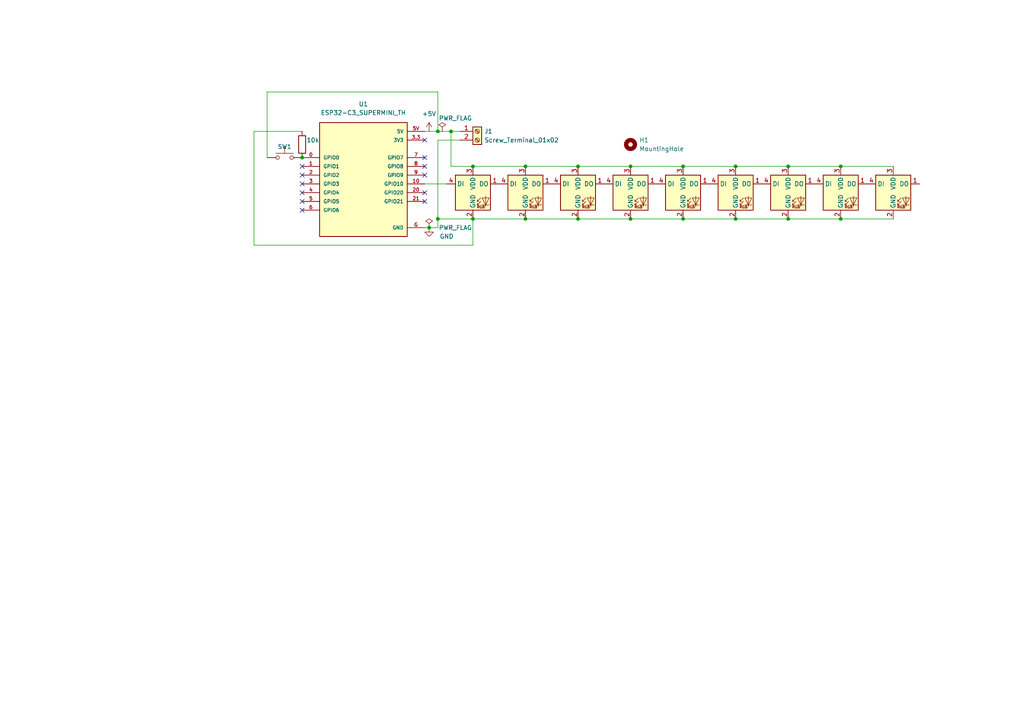
<source format=kicad_sch>
(kicad_sch (version 20211123) (generator eeschema)
  (paper "A4")
  (lib_symbols
    (symbol "Connector:Screw_Terminal_01x02" (pin_names (offset 1.016) hide)
      (property "Reference" "J" (at 0 2.54 0))
      (property "Value" "Screw_Terminal_01x02" (at 0 -5.08 0))
      (symbol "Screw_Terminal_01x02_1_1"
        (rectangle (start -1.27 1.27) (end 1.27 -3.81) (stroke (width 0.254)) (fill (type background)))
        (circle (center 0 -2.54) (radius 0.635) (stroke (width 0.1524)))
        (polyline (pts (xy -0.5334 -2.2098) (xy 0.3302 -3.048)) (stroke (width 0.1524)))
        (polyline (pts (xy -0.5334 0.3302) (xy 0.3302 -0.508)) (stroke (width 0.1524)))
        (polyline (pts (xy -0.3556 -2.032) (xy 0.508 -2.8702)) (stroke (width 0.1524)))
        (polyline (pts (xy -0.3556 0.508) (xy 0.508 -0.3302)) (stroke (width 0.1524)))
        (circle (center 0 0) (radius 0.635) (stroke (width 0.1524)))
        (pin passive line (at -5.08 0 0) (length 3.81) (name "Pin_1") (number "1"))
        (pin passive line (at -5.08 -2.54 0) (length 3.81) (name "Pin_2") (number "2"))
      )
    )
    (symbol "Device:R" (pin_numbers hide) (pin_names (offset 0))
      (property "Reference" "R" (at 2.032 0 90))
      (property "Value" "R" (at 0 0 90))
      (symbol "R_0_1"
        (rectangle (start -1.016 -2.54) (end 1.016 2.54) (stroke (width 0.254)))
      )
      (symbol "R_1_1"
        (pin passive line (at 0 3.81 270) (length 1.27) (name "~") (number "1"))
        (pin passive line (at 0 -3.81 90) (length 1.27) (name "~") (number "2"))
      )
    )
    (symbol "ESP32C3:ESP32-C3_SUPERMINI_TH" (pin_names (offset 1.016))
      (property "Reference" "U" (at -12.7 16.002 0))
      (property "Value" "ESP32-C3_SUPERMINI_TH" (at -12.7 -20.32 0))
      (symbol "ESP32-C3_SUPERMINI_TH_0_0"
        (rectangle (start -12.7 -17.78) (end 12.7 15.24) (stroke (width 0.254)) (fill (type background)))
        (pin bidirectional line (at -17.78 5.08 0) (length 5.08) (name "GPIO0") (number "0"))
        (pin bidirectional line (at -17.78 2.54 0) (length 5.08) (name "GPIO1") (number "1"))
        (pin bidirectional line (at 17.78 -2.54 180) (length 5.08) (name "GPIO10") (number "10"))
        (pin bidirectional line (at -17.78 0 0) (length 5.08) (name "GPIO2") (number "2"))
        (pin bidirectional line (at 17.78 -5.08 180) (length 5.08) (name "GPIO20") (number "20"))
        (pin bidirectional line (at 17.78 -7.62 180) (length 5.08) (name "GPIO21") (number "21"))
        (pin bidirectional line (at -17.78 -2.54 0) (length 5.08) (name "GPIO3") (number "3"))
        (pin power_in line (at 17.78 10.16 180) (length 5.08) (name "3V3") (number "3.3"))
        (pin bidirectional line (at -17.78 -5.08 0) (length 5.08) (name "GPIO4") (number "4"))
        (pin bidirectional line (at -17.78 -7.62 0) (length 5.08) (name "GPIO5") (number "5"))
        (pin power_in line (at 17.78 12.7 180) (length 5.08) (name "5V") (number "5V"))
        (pin bidirectional line (at -17.78 -10.16 0) (length 5.08) (name "GPIO6") (number "6"))
        (pin bidirectional line (at 17.78 5.08 180) (length 5.08) (name "GPIO7") (number "7"))
        (pin bidirectional line (at 17.78 2.54 180) (length 5.08) (name "GPIO8") (number "8"))
        (pin bidirectional line (at 17.78 0 180) (length 5.08) (name "GPIO9") (number "9"))
        (pin power_in line (at 17.78 -15.24 180) (length 5.08) (name "GND") (number "G"))
      )
    )
    (symbol "LED:APA-106-F5"
      (property "Reference" "D" (at 5.08 5.715 0))
      (property "Value" "APA-106-F5" (at 1.27 -5.715 0))
      (symbol "APA-106-F5_0_0"
        (text "RGB" (at 2.286 -4.191 0) (effects (font (size 0.762 0.762))))
      )
      (symbol "APA-106-F5_0_1"
        (polyline (pts (xy 1.27 -3.556) (xy 1.778 -3.556)))
        (polyline (pts (xy 1.27 -2.54) (xy 1.778 -2.54)))
        (polyline (pts (xy 4.699 -3.556) (xy 2.667 -3.556)))
        (polyline (pts (xy 2.286 -2.54) (xy 1.27 -3.556) (xy 1.27 -3.048)))
        (polyline (pts (xy 2.286 -1.524) (xy 1.27 -2.54) (xy 1.27 -2.032)))
        (polyline (pts (xy 3.683 -1.016) (xy 3.683 -3.556) (xy 3.683 -4.064)))
        (polyline (pts (xy 4.699 -1.524) (xy 2.667 -1.524) (xy 3.683 -3.556) (xy 4.699 -1.524)))
        (rectangle (start 5.08 5.08) (end -5.08 -5.08) (stroke (width 0.254)) (fill (type background)))
      )
      (symbol "APA-106-F5_1_1"
        (pin output line (at 7.62 2.54 180) (length 2.54) (name "DO") (number "1"))
        (pin power_in line (at 0 -7.62 90) (length 2.54) (name "GND") (number "2"))
        (pin power_in line (at 0 7.62 270) (length 2.54) (name "VDD") (number "3"))
        (pin input line (at -7.62 2.54 0) (length 2.54) (name "DI") (number "4"))
      )
    )
    (symbol "Mechanical:MountingHole" (pin_names (offset 1.016))
      (property "Reference" "H" (at 0 5.08 0))
      (property "Value" "MountingHole" (at 0 3.175 0))
      (symbol "MountingHole_0_1"
        (circle (center 0 0) (radius 1.27) (stroke (width 1.27)))
      )
    )
    (symbol "Switch:SW_Push" (pin_numbers hide) (pin_names (offset 1.016) hide)
      (property "Reference" "SW" (at 1.27 2.54 0))
      (property "Value" "SW_Push" (at 0 -1.524 0))
      (symbol "SW_Push_0_1"
        (circle (center -2.032 0) (radius 0.508))
        (polyline (pts (xy 0 1.27) (xy 0 3.048)))
        (polyline (pts (xy 2.54 1.27) (xy -2.54 1.27)))
        (circle (center 2.032 0) (radius 0.508))
        (pin passive line (at -5.08 0 0) (length 2.54) (name "1") (number "1"))
        (pin passive line (at 5.08 0 180) (length 2.54) (name "2") (number "2"))
      )
    )
    (symbol "power:+5V" (power) (pin_names (offset 0))
      (property "Value" "+5V" (at 0 3.556 0))
      (symbol "+5V_0_1"
        (polyline (pts (xy -0.762 1.27) (xy 0 2.54)))
        (polyline (pts (xy 0 0) (xy 0 2.54)))
        (polyline (pts (xy 0 2.54) (xy 0.762 1.27)))
      )
      (symbol "+5V_1_1"
        (pin power_in line (at 0 0 90) (length 0) hide (name "+5V") (number "1"))
      )
    )
    (symbol "power:GND" (power) (pin_names (offset 0))
      (property "Value" "GND" (at 0 -3.81 0))
      (symbol "GND_0_1"
        (polyline (pts (xy 0 0) (xy 0 -1.27) (xy 1.27 -1.27) (xy 0 -2.54) (xy -1.27 -1.27) (xy 0 -1.27)))
      )
      (symbol "GND_1_1"
        (pin power_in line (at 0 0 270) (length 0) hide (name "GND") (number "1"))
      )
    )
    (symbol "power:PWR_FLAG" (power) (pin_numbers hide) (pin_names (offset 0) hide)
      (property "Value" "PWR_FLAG" (at 0 3.81 0))
      (symbol "PWR_FLAG_0_0"
        (pin power_out line (at 0 0 90) (length 0) (name "pwr") (number "1"))
      )
      (symbol "PWR_FLAG_0_1"
        (polyline (pts (xy 0 0) (xy 0 1.27) (xy -1.016 1.905) (xy 0 2.54) (xy 1.016 1.905) (xy 0 1.27)))
      )
    )
  )
  (junction (at 228.6 63.5))
  (junction (at 198.12 63.5))
  (junction (at 182.88 63.5))
  (junction (at 228.6 48.26))
  (junction (at 167.64 48.26))
  (junction (at 213.36 48.26))
  (junction (at 243.84 48.26))
  (junction (at 152.4 48.26))
  (junction (at 198.12 48.26))
  (junction (at 152.4 63.5))
  (junction (at 182.88 48.26))
  (junction (at 243.84 63.5))
  (junction (at 127 38.1))
  (junction (at 167.64 63.5))
  (junction (at 137.16 63.5))
  (junction (at 213.36 63.5))
  (junction (at 124.46 66.04))
  (junction (at 137.16 48.26))
  (junction (at 130.81 38.1))
  (junction (at 87.63 45.72))
  (junction (at 127 63.5))
  (no_connect (at 123.19 40.64))
  (no_connect (at 123.19 45.72))
  (no_connect (at 123.19 48.26))
  (no_connect (at 123.19 50.8))
  (no_connect (at 87.63 48.26))
  (no_connect (at 87.63 53.34))
  (no_connect (at 87.63 55.88))
  (no_connect (at 87.63 58.42))
  (no_connect (at 87.63 60.96))
  (no_connect (at 87.63 50.8))
  (no_connect (at 123.19 58.42))
  (no_connect (at 123.19 55.88))
  (wire (pts (xy 123.19 38.1) (xy 127 38.1)))
  (wire (pts (xy 130.81 38.1) (xy 133.35 38.1)))
  (wire (pts (xy 133.35 40.64) (xy 127 40.64)))
  (wire (pts (xy 77.47 45.72) (xy 77.47 26.67)))
  (wire (pts (xy 182.88 63.5) (xy 198.12 63.5)))
  (wire (pts (xy 228.6 63.5) (xy 243.84 63.5)))
  (wire (pts (xy 127 38.1) (xy 130.81 38.1)))
  (wire (pts (xy 137.16 48.26) (xy 152.4 48.26)))
  (wire (pts (xy 127 40.64) (xy 127 63.5)))
  (wire (pts (xy 198.12 48.26) (xy 213.36 48.26)))
  (wire (pts (xy 123.19 53.34) (xy 129.54 53.34)))
  (wire (pts (xy 213.36 63.5) (xy 228.6 63.5)))
  (wire (pts (xy 167.64 48.26) (xy 182.88 48.26)))
  (wire (pts (xy 77.47 26.67) (xy 127 26.67)))
  (wire (pts (xy 167.64 63.5) (xy 182.88 63.5)))
  (wire (pts (xy 137.16 48.26) (xy 130.81 48.26)))
  (wire (pts (xy 182.88 48.26) (xy 198.12 48.26)))
  (wire (pts (xy 228.6 48.26) (xy 243.84 48.26)))
  (wire (pts (xy 137.16 71.12) (xy 137.16 63.5)))
  (wire (pts (xy 243.84 63.5) (xy 259.08 63.5)))
  (wire (pts (xy 124.46 66.04) (xy 123.19 66.04)))
  (wire (pts (xy 198.12 63.5) (xy 213.36 63.5)))
  (wire (pts (xy 130.81 38.1) (xy 130.81 48.26)))
  (wire (pts (xy 73.66 38.1) (xy 73.66 71.12)))
  (wire (pts (xy 87.63 38.1) (xy 73.66 38.1)))
  (wire (pts (xy 213.36 48.26) (xy 228.6 48.26)))
  (wire (pts (xy 152.4 63.5) (xy 167.64 63.5)))
  (wire (pts (xy 243.84 48.26) (xy 259.08 48.26)))
  (wire (pts (xy 127 66.04) (xy 124.46 66.04)))
  (wire (pts (xy 152.4 48.26) (xy 167.64 48.26)))
  (wire (pts (xy 127 63.5) (xy 127 66.04)))
  (wire (pts (xy 127 26.67) (xy 127 38.1)))
  (wire (pts (xy 127 63.5) (xy 137.16 63.5)))
  (wire (pts (xy 73.66 71.12) (xy 137.16 71.12)))
  (wire (pts (xy 137.16 63.5) (xy 152.4 63.5)))
  (symbol (lib_id "LED:APA-106-F5") (at 213.36 55.88 0) (unit 1)
    (property "Reference" "D6" (effects hide))
    (property "Value" "APA-106-F5" (effects hide))
    (property "Footprint" "LED_THT:LED_D5.0mm-4_RGB" (effects hide))
    (property "Datasheet" "https://cdn.sparkfun.com/datasheets/Components/LED/COM-12877.pdf" (effects hide))
  )
  (symbol (lib_id "LED:APA-106-F5") (at 228.6 55.88 0) (unit 1)
    (property "Reference" "D7" (effects hide))
    (property "Value" "APA-106-F5" (effects hide))
    (property "Footprint" "LED_THT:LED_D5.0mm-4_RGB" (effects hide))
    (property "Datasheet" "https://cdn.sparkfun.com/datasheets/Components/LED/COM-12877.pdf" (effects hide))
  )
  (symbol (lib_id "Switch:SW_Push") (at 82.55 45.72 0) (unit 1)
    (property "Reference" "SW1" (at 82.55 42.545 0))
    (property "Value" "SW_Push" (effects hide))
    (property "Footprint" "Button_Switch_THT:SW_PUSH_6mm" (effects hide))
  )
  (symbol (lib_id "Connector:Screw_Terminal_01x02") (at 138.43 38.1 0) (unit 1)
    (property "Reference" "J1" (at 140.462 38.0999 0) (effects (justify left)))
    (property "Value" "Screw_Terminal_01x02" (at 140.462 40.6399 0) (effects (justify left)))
    (property "Footprint" "TerminalBlock_Phoenix:TerminalBlock_Phoenix_MPT-0,5-2-2.54_1x02_P2.54mm_Horizontal" (effects hide))
  )
  (symbol (lib_id "LED:APA-106-F5") (at 182.88 55.88 0) (unit 1)
    (property "Reference" "D4" (effects hide))
    (property "Value" "APA-106-F5" (effects hide))
    (property "Footprint" "LED_THT:LED_D5.0mm-4_RGB" (effects hide))
    (property "Datasheet" "https://cdn.sparkfun.com/datasheets/Components/LED/COM-12877.pdf" (effects hide))
  )
  (symbol (lib_id "Mechanical:MountingHole") (at 182.88 41.91 0) (unit 1)
    (property "Reference" "H1" (at 185.42 40.6399 0) (effects (justify left)))
    (property "Value" "MountingHole" (at 185.42 43.1799 0) (effects (justify left)))
    (property "Footprint" "MountingHole:MountingHole_3.2mm_M3" (effects hide))
  )
  (symbol (lib_id "power:PWR_FLAG") (at 128.27 38.1 0) (unit 1)
    (property "Reference" "#FLG0101" (effects hide))
    (property "Value" "PWR_FLAG" (at 132.08 34.29 0))
  )
  (symbol (lib_id "LED:APA-106-F5") (at 243.84 55.88 0) (unit 1)
    (property "Reference" "D8" (effects hide))
    (property "Value" "APA-106-F5" (effects hide))
    (property "Footprint" "LED_THT:LED_D5.0mm-4_RGB" (effects hide))
    (property "Datasheet" "https://cdn.sparkfun.com/datasheets/Components/LED/COM-12877.pdf" (effects hide))
  )
  (symbol (lib_id "LED:APA-106-F5") (at 137.16 55.88 0) (unit 1)
    (property "Reference" "D1" (effects hide))
    (property "Value" "APA-106-F5" (effects hide))
    (property "Footprint" "LED_THT:LED_D5.0mm-4_RGB" (effects hide))
    (property "Datasheet" "https://cdn.sparkfun.com/datasheets/Components/LED/COM-12877.pdf" (effects hide))
  )
  (symbol (lib_id "LED:APA-106-F5") (at 259.08 55.88 0) (unit 1)
    (property "Reference" "D9" (effects hide))
    (property "Value" "APA-106-F5" (effects hide))
    (property "Footprint" "LED_THT:LED_D5.0mm-4_RGB" (effects hide))
    (property "Datasheet" "https://cdn.sparkfun.com/datasheets/Components/LED/COM-12877.pdf" (effects hide))
  )
  (symbol (lib_id "power:PWR_FLAG") (at 124.46 66.04 0) (unit 1)
    (property "Reference" "#FLG0102" (effects hide))
    (property "Value" "PWR_FLAG" (at 132.08 66.04 0))
  )
  (symbol (lib_id "LED:APA-106-F5") (at 167.64 55.88 0) (unit 1)
    (property "Reference" "D3" (effects hide))
    (property "Value" "APA-106-F5" (effects hide))
    (property "Footprint" "LED_THT:LED_D5.0mm-4_RGB" (effects hide))
    (property "Datasheet" "https://cdn.sparkfun.com/datasheets/Components/LED/COM-12877.pdf" (effects hide))
  )
  (symbol (lib_id "ESP32C3:ESP32-C3_SUPERMINI_TH") (at 105.41 50.8 0) (unit 1)
    (property "Reference" "U1" (at 105.41 30.1752 0))
    (property "Value" "ESP32-C3_SUPERMINI_TH" (at 105.41 32.7152 0))
    (property "Footprint" "ESP32C3:MODULE_ESP32-C3_SUPERMINI_TH" (effects hide))
    (property "MF" "Espressif Systems" (effects hide))
    (property "Description" "\n                        \n                            Super tiny ESP32-C3 board\n                        \n" (effects hide))
    (property "CREATOR" "DIZAR" (effects hide))
    (property "Price" "None" (effects hide))
    (property "Package" "Package" (effects hide))
    (property "Check_prices" "https://www.snapeda.com/parts/ESP32-C3%20SuperMini_TH/Espressif+Systems/view-part/?ref=eda" (effects hide))
    (property "STANDARD" "IPC-7351B" (effects hide))
    (property "SnapEDA_Link" "https://www.snapeda.com/parts/ESP32-C3%20SuperMini_TH/Espressif+Systems/view-part/?ref=snap" (effects hide))
    (property "MP" "ESP32-C3 SuperMini_TH" (effects hide))
    (property "Availability" "Not in stock" (effects hide))
    (property "MANUFACTURER" "Espressif Systems" (effects hide))
  )
  (symbol (lib_id "LED:APA-106-F5") (at 198.12 55.88 0) (unit 1)
    (property "Reference" "D5" (effects hide))
    (property "Value" "APA-106-F5" (effects hide))
    (property "Footprint" "LED_THT:LED_D5.0mm-4_RGB" (effects hide))
    (property "Datasheet" "https://cdn.sparkfun.com/datasheets/Components/LED/COM-12877.pdf" (effects hide))
  )
  (symbol (lib_id "power:GND") (at 124.46 66.04 0) (unit 1)
    (property "Reference" "#PWR0102" (effects hide))
    (property "Value" "GND" (at 129.54 68.58 0))
  )
  (symbol (lib_id "power:+5V") (at 124.46 38.1 0) (unit 1)
    (property "Reference" "#PWR0101" (effects hide))
    (property "Value" "+5V" (at 124.46 33.02 0))
  )
  (symbol (lib_id "LED:APA-106-F5") (at 152.4 55.88 0) (unit 1)
    (property "Reference" "D2" (effects hide))
    (property "Value" "APA-106-F5" (effects hide))
    (property "Footprint" "LED_THT:LED_D5.0mm-4_RGB" (effects hide))
    (property "Datasheet" "https://cdn.sparkfun.com/datasheets/Components/LED/COM-12877.pdf" (effects hide))
  )
  (symbol (lib_id "Device:R") (at 87.63 41.91 0) (unit 1)
    (property "Reference" "R1" (effects hide))
    (property "Value" "10k" (at 88.9 40.64 0) (effects (justify left)))
    (property "Footprint" "Resistor_THT:R_Axial_DIN0411_L9.9mm_D3.6mm_P15.24mm_Horizontal" (effects hide))
  )
)
</source>
